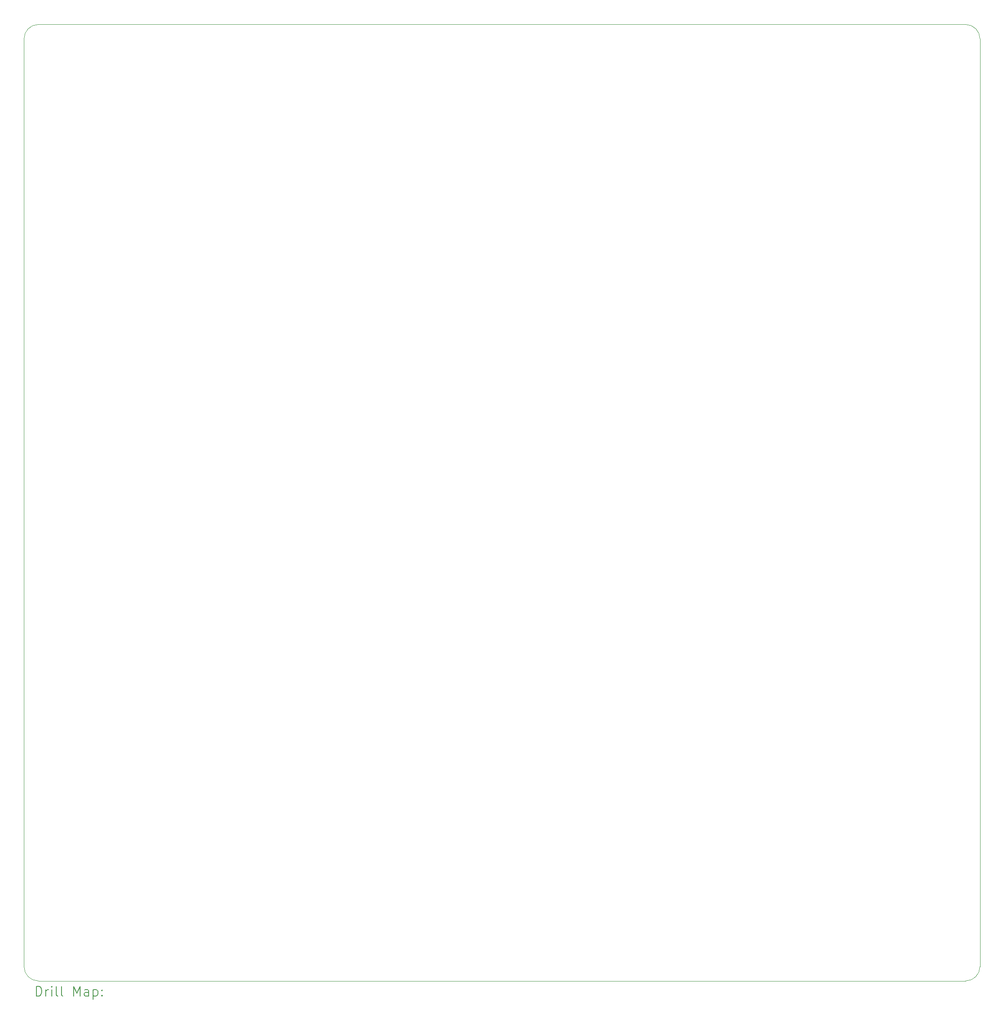
<source format=gbr>
%TF.GenerationSoftware,KiCad,Pcbnew,7.0.6*%
%TF.CreationDate,2023-10-21T01:19:05+00:00*%
%TF.ProjectId,HeatedBedFoil,48656174-6564-4426-9564-466f696c2e6b,rev?*%
%TF.SameCoordinates,Original*%
%TF.FileFunction,Drillmap*%
%TF.FilePolarity,Positive*%
%FSLAX45Y45*%
G04 Gerber Fmt 4.5, Leading zero omitted, Abs format (unit mm)*
G04 Created by KiCad (PCBNEW 7.0.6) date 2023-10-21 01:19:05*
%MOMM*%
%LPD*%
G01*
G04 APERTURE LIST*
%ADD10C,0.050000*%
%ADD11C,0.200000*%
G04 APERTURE END LIST*
D10*
X4300000Y-4000000D02*
G75*
G03*
X4000000Y-4300000I0J-300000D01*
G01*
X23700000Y-24000000D02*
X4300000Y-24000000D01*
X24000000Y-4300000D02*
X24000000Y-23700000D01*
X24000000Y-4300000D02*
G75*
G03*
X23700000Y-4000000I-300000J0D01*
G01*
X4000000Y-23700000D02*
G75*
G03*
X4300000Y-24000000I300000J0D01*
G01*
X4000000Y-23700000D02*
X4000000Y-4300000D01*
X23700000Y-24000000D02*
G75*
G03*
X24000000Y-23700000I0J300000D01*
G01*
X4300000Y-4000000D02*
X23700000Y-4000000D01*
D11*
X4258277Y-24313984D02*
X4258277Y-24113984D01*
X4258277Y-24113984D02*
X4305896Y-24113984D01*
X4305896Y-24113984D02*
X4334467Y-24123508D01*
X4334467Y-24123508D02*
X4353515Y-24142555D01*
X4353515Y-24142555D02*
X4363039Y-24161603D01*
X4363039Y-24161603D02*
X4372563Y-24199698D01*
X4372563Y-24199698D02*
X4372563Y-24228269D01*
X4372563Y-24228269D02*
X4363039Y-24266365D01*
X4363039Y-24266365D02*
X4353515Y-24285412D01*
X4353515Y-24285412D02*
X4334467Y-24304460D01*
X4334467Y-24304460D02*
X4305896Y-24313984D01*
X4305896Y-24313984D02*
X4258277Y-24313984D01*
X4458277Y-24313984D02*
X4458277Y-24180650D01*
X4458277Y-24218746D02*
X4467801Y-24199698D01*
X4467801Y-24199698D02*
X4477324Y-24190174D01*
X4477324Y-24190174D02*
X4496372Y-24180650D01*
X4496372Y-24180650D02*
X4515420Y-24180650D01*
X4582086Y-24313984D02*
X4582086Y-24180650D01*
X4582086Y-24113984D02*
X4572563Y-24123508D01*
X4572563Y-24123508D02*
X4582086Y-24133031D01*
X4582086Y-24133031D02*
X4591610Y-24123508D01*
X4591610Y-24123508D02*
X4582086Y-24113984D01*
X4582086Y-24113984D02*
X4582086Y-24133031D01*
X4705896Y-24313984D02*
X4686848Y-24304460D01*
X4686848Y-24304460D02*
X4677324Y-24285412D01*
X4677324Y-24285412D02*
X4677324Y-24113984D01*
X4810658Y-24313984D02*
X4791610Y-24304460D01*
X4791610Y-24304460D02*
X4782086Y-24285412D01*
X4782086Y-24285412D02*
X4782086Y-24113984D01*
X5039229Y-24313984D02*
X5039229Y-24113984D01*
X5039229Y-24113984D02*
X5105896Y-24256841D01*
X5105896Y-24256841D02*
X5172563Y-24113984D01*
X5172563Y-24113984D02*
X5172563Y-24313984D01*
X5353515Y-24313984D02*
X5353515Y-24209222D01*
X5353515Y-24209222D02*
X5343991Y-24190174D01*
X5343991Y-24190174D02*
X5324944Y-24180650D01*
X5324944Y-24180650D02*
X5286848Y-24180650D01*
X5286848Y-24180650D02*
X5267801Y-24190174D01*
X5353515Y-24304460D02*
X5334467Y-24313984D01*
X5334467Y-24313984D02*
X5286848Y-24313984D01*
X5286848Y-24313984D02*
X5267801Y-24304460D01*
X5267801Y-24304460D02*
X5258277Y-24285412D01*
X5258277Y-24285412D02*
X5258277Y-24266365D01*
X5258277Y-24266365D02*
X5267801Y-24247317D01*
X5267801Y-24247317D02*
X5286848Y-24237793D01*
X5286848Y-24237793D02*
X5334467Y-24237793D01*
X5334467Y-24237793D02*
X5353515Y-24228269D01*
X5448753Y-24180650D02*
X5448753Y-24380650D01*
X5448753Y-24190174D02*
X5467801Y-24180650D01*
X5467801Y-24180650D02*
X5505896Y-24180650D01*
X5505896Y-24180650D02*
X5524944Y-24190174D01*
X5524944Y-24190174D02*
X5534467Y-24199698D01*
X5534467Y-24199698D02*
X5543991Y-24218746D01*
X5543991Y-24218746D02*
X5543991Y-24275888D01*
X5543991Y-24275888D02*
X5534467Y-24294936D01*
X5534467Y-24294936D02*
X5524944Y-24304460D01*
X5524944Y-24304460D02*
X5505896Y-24313984D01*
X5505896Y-24313984D02*
X5467801Y-24313984D01*
X5467801Y-24313984D02*
X5448753Y-24304460D01*
X5629705Y-24294936D02*
X5639229Y-24304460D01*
X5639229Y-24304460D02*
X5629705Y-24313984D01*
X5629705Y-24313984D02*
X5620182Y-24304460D01*
X5620182Y-24304460D02*
X5629705Y-24294936D01*
X5629705Y-24294936D02*
X5629705Y-24313984D01*
X5629705Y-24190174D02*
X5639229Y-24199698D01*
X5639229Y-24199698D02*
X5629705Y-24209222D01*
X5629705Y-24209222D02*
X5620182Y-24199698D01*
X5620182Y-24199698D02*
X5629705Y-24190174D01*
X5629705Y-24190174D02*
X5629705Y-24209222D01*
M02*

</source>
